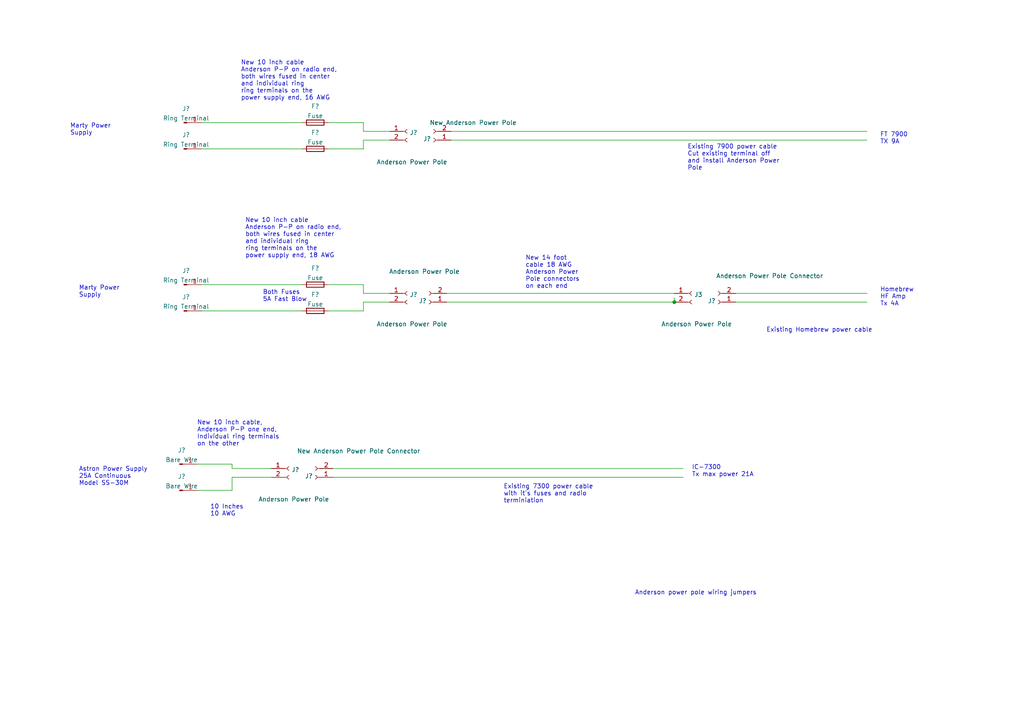
<source format=kicad_sch>
(kicad_sch (version 20211123) (generator eeschema)
  (paper "A4")
  (lib_symbols
    (symbol "Connector:Conn_01x01_Male" (pin_names (offset 1.016) hide)
      (property "Reference" "J" (at 0 2.54 0))
      (property "Value" "Conn_01x01_Male" (at 0 -2.54 0))
      (symbol "Conn_01x01_Male_1_1"
        (polyline (pts (xy 1.27 0) (xy 0.8636 0)) (stroke (width 0.1524)))
        (rectangle (start 0.8636 0.127) (end 0 -0.127) (stroke (width 0.1524)) (fill (type outline)))
        (pin passive line (at 5.08 0 180) (length 3.81) (name "Pin_1") (number "1"))
      )
    )
    (symbol "Connector:Conn_01x02_Female" (pin_names (offset 1.016) hide)
      (property "Reference" "J" (at 0 2.54 0))
      (property "Value" "Conn_01x02_Female" (at 0 -5.08 0))
      (symbol "Conn_01x02_Female_1_1"
        (arc (start 0 -2.032) (mid -0.508 -2.54) (end 0 -3.048) (stroke (width 0.1524)))
        (polyline (pts (xy -1.27 -2.54) (xy -0.508 -2.54)) (stroke (width 0.1524)))
        (polyline (pts (xy -1.27 0) (xy -0.508 0)) (stroke (width 0.1524)))
        (arc (start 0 0.508) (mid -0.508 0) (end 0 -0.508) (stroke (width 0.1524)))
        (pin passive line (at -5.08 0 0) (length 3.81) (name "Pin_1") (number "1"))
        (pin passive line (at -5.08 -2.54 0) (length 3.81) (name "Pin_2") (number "2"))
      )
    )
    (symbol "Device:Fuse" (pin_numbers hide) (pin_names (offset 0))
      (property "Reference" "F" (at 2.032 0 90))
      (property "Value" "Fuse" (at -1.905 0 90))
      (symbol "Fuse_0_1"
        (rectangle (start -0.762 -2.54) (end 0.762 2.54) (stroke (width 0.254)))
        (polyline (pts (xy 0 2.54) (xy 0 -2.54)))
      )
      (symbol "Fuse_1_1"
        (pin passive line (at 0 3.81 270) (length 1.27) (name "~") (number "1"))
        (pin passive line (at 0 -3.81 90) (length 1.27) (name "~") (number "2"))
      )
    )
  )
  (junction (at 195.58 87.63))
  (wire (pts (xy 96.52 135.89) (xy 198.12 135.89)))
  (wire (pts (xy 213.36 85.09) (xy 251.46 85.09)))
  (wire (pts (xy 67.31 138.43) (xy 78.74 138.43)))
  (wire (pts (xy 95.25 82.55) (xy 105.41 82.55)))
  (wire (pts (xy 95.25 90.17) (xy 105.41 90.17)))
  (wire (pts (xy 130.81 40.64) (xy 251.46 40.64)))
  (wire (pts (xy 105.41 90.17) (xy 105.41 87.63)))
  (wire (pts (xy 105.41 85.09) (xy 113.03 85.09)))
  (wire (pts (xy 67.31 142.24) (xy 67.31 138.43)))
  (wire (pts (xy 57.15 134.62) (xy 67.31 134.62)))
  (wire (pts (xy 58.42 35.56) (xy 87.63 35.56)))
  (wire (pts (xy 105.41 35.56) (xy 105.41 38.1)))
  (wire (pts (xy 96.52 138.43) (xy 198.12 138.43)))
  (wire (pts (xy 195.58 86.36) (xy 195.58 87.63)))
  (wire (pts (xy 105.41 43.18) (xy 105.41 40.64)))
  (wire (pts (xy 57.15 142.24) (xy 67.31 142.24)))
  (wire (pts (xy 67.31 134.62) (xy 67.31 135.89)))
  (wire (pts (xy 58.42 43.18) (xy 87.63 43.18)))
  (wire (pts (xy 58.42 82.55) (xy 87.63 82.55)))
  (wire (pts (xy 67.31 135.89) (xy 78.74 135.89)))
  (wire (pts (xy 130.81 38.1) (xy 251.46 38.1)))
  (wire (pts (xy 95.25 35.56) (xy 105.41 35.56)))
  (wire (pts (xy 95.25 43.18) (xy 105.41 43.18)))
  (wire (pts (xy 129.54 85.09) (xy 195.58 85.09)))
  (wire (pts (xy 105.41 40.64) (xy 113.03 40.64)))
  (wire (pts (xy 213.36 87.63) (xy 251.46 87.63)))
  (wire (pts (xy 105.41 38.1) (xy 113.03 38.1)))
  (wire (pts (xy 58.42 90.17) (xy 87.63 90.17)))
  (wire (pts (xy 105.41 82.55) (xy 105.41 85.09)))
  (wire (pts (xy 105.41 87.63) (xy 113.03 87.63)))
  (wire (pts (xy 129.54 87.63) (xy 195.58 87.63)))
  (text "FT 7900\nTX 9A" (at 255.27 41.91 0) (effects (font (size 1.27 1.27)) (justify left bottom)))
  (text "Existing 7300 power cable\nwith it's fuses and radio \nterminiation" (at 146.05 146.05 0) (effects (font (size 1.27 1.27)) (justify left bottom)))
  (text "Marty Power\nSupply" (at 20.32 39.37 0) (effects (font (size 1.27 1.27)) (justify left bottom)))
  (text "New 10 inch cable,\nAnderson P-P one end,\nIndividual ring terminals\non the other" (at 57.15 129.54 0) (effects (font (size 1.27 1.27)) (justify left bottom)))
  (text "10 Inches\n10 AWG" (at 60.96 149.86 0) (effects (font (size 1.27 1.27)) (justify left bottom)))
  (text "IC-7300\nTx max power 21A" (at 200.66 138.43 0) (effects (font (size 1.27 1.27)) (justify left bottom)))
  (text "New 10 inch cable\nAnderson P-P on radio end, \nboth wires fused in center\nand individual ring\nring terminals on the\npower supply end, 18 AWG" (at 71.12 74.93 0) (effects (font (size 1.27 1.27)) (justify left bottom)))
  (text "Existing Homebrew power cable" (at 222.25 96.52 0) (effects (font (size 1.27 1.27)) (justify left bottom)))
  (text "Both Fuses\n5A Fast Blow" (at 76.2 87.63 0) (effects (font (size 1.27 1.27)) (justify left bottom)))
  (text "Homebrew\nHF Amp\nTx 4A" (at 255.27 88.9 0) (effects (font (size 1.27 1.27)) (justify left bottom)))
  (text "New 14 foot\ncable 18 AWG\nAnderson Power\nPole connectors\non each end" (at 152.4 83.82 0) (effects (font (size 1.27 1.27)) (justify left bottom)))
  (text "Existing 7900 power cable\nCut existing terminal off\nand install Anderson Power\nPole" (at 199.39 49.53 0) (effects (font (size 1.27 1.27)) (justify left bottom)))
  (text "Astron Power Supply\n25A Continuous\nModel SS-30M" (at 22.86 140.97 0) (effects (font (size 1.27 1.27)) (justify left bottom)))
  (text "New 10 inch cable\nAnderson P-P on radio end, \nboth wires fused in center\nand individual ring\nring terminals on the\npower supply end, 16 AWG" (at 69.85 29.21 0) (effects (font (size 1.27 1.27)) (justify left bottom)))
  (text "Anderson power pole wiring jumpers" (at 184.15 172.72 0) (effects (font (size 1.27 1.27)) (justify left bottom)))
  (text "Marty Power\nSupply" (at 22.86 86.36 0) (effects (font (size 1.27 1.27)) (justify left bottom)))
  (symbol (lib_id "Connector:Conn_01x02_Female") (at 91.44 138.43 180) (unit 1)
    (property "Reference" "J?" (at 90.7288 138.0685 0) (effects (justify left)))
    (property "Value" "New Anderson Power Pole Connector" (at 121.92 130.81 0) (effects (justify left)))
  )
  (symbol (lib_id "Connector:Conn_01x01_Male") (at 52.07 142.24 0) (unit 1)
    (property "Reference" "J?" (at 52.705 138.1973 0))
    (property "Value" "Bare Wire" (at 52.705 140.9724 0))
  )
  (symbol (lib_id "Connector:Conn_01x02_Female") (at 118.11 38.1 0) (unit 1)
    (property "Reference" "J?" (at 118.8212 38.4615 0) (effects (justify left)))
    (property "Value" "Anderson Power Pole" (at 109.22 46.99 0) (effects (justify left)))
  )
  (symbol (lib_id "Connector:Conn_01x01_Male") (at 53.34 43.18 0) (unit 1)
    (property "Reference" "J?" (at 53.975 39.1373 0))
    (property "Value" "Ring Terminal" (at 53.975 41.9124 0))
  )
  (symbol (lib_id "Device:Fuse") (at 91.44 90.17 90) (unit 1)
    (property "Reference" "F?" (at 91.44 85.4415 90))
    (property "Value" "Fuse" (at 91.44 88.2166 90))
  )
  (symbol (lib_id "Connector:Conn_01x01_Male") (at 53.34 82.55 0) (unit 1)
    (property "Reference" "J?" (at 53.975 78.5073 0))
    (property "Value" "Ring Terminal" (at 53.975 81.2824 0))
  )
  (symbol (lib_id "Device:Fuse") (at 91.44 35.56 90) (unit 1)
    (property "Reference" "F?" (at 91.44 30.8315 90))
    (property "Value" "Fuse" (at 91.44 33.6066 90))
  )
  (symbol (lib_id "Connector:Conn_01x01_Male") (at 53.34 90.17 0) (unit 1)
    (property "Reference" "J?" (at 53.975 86.1273 0))
    (property "Value" "Ring Terminal" (at 53.975 88.9024 0))
  )
  (symbol (lib_id "Connector:Conn_01x02_Female") (at 200.66 85.09 0) (unit 1)
    (property "Reference" "J3" (at 201.3712 85.4515 0) (effects (justify left)))
    (property "Value" "Anderson Power Pole" (at 191.77 93.98 0) (effects (justify left)))
  )
  (symbol (lib_id "Connector:Conn_01x02_Female") (at 125.73 40.64 180) (unit 1)
    (property "Reference" "J?" (at 125.0188 40.2785 0) (effects (justify left)))
    (property "Value" "New Anderson Power Pole" (at 149.86 35.56 0) (effects (justify left)))
  )
  (symbol (lib_id "Connector:Conn_01x02_Female") (at 208.28 87.63 180) (unit 1)
    (property "Reference" "J?" (at 207.5688 87.2685 0) (effects (justify left)))
    (property "Value" "Anderson Power Pole Connector" (at 238.76 80.01 0) (effects (justify left)))
  )
  (symbol (lib_id "Connector:Conn_01x01_Male") (at 53.34 35.56 0) (unit 1)
    (property "Reference" "J?" (at 53.975 31.5173 0))
    (property "Value" "Ring Terminal" (at 53.975 34.2924 0))
  )
  (symbol (lib_id "Device:Fuse") (at 91.44 43.18 90) (unit 1)
    (property "Reference" "F?" (at 91.44 38.4515 90))
    (property "Value" "Fuse" (at 91.44 41.2266 90))
  )
  (symbol (lib_id "Device:Fuse") (at 91.44 82.55 90) (unit 1)
    (property "Reference" "F?" (at 91.44 77.8215 90))
    (property "Value" "Fuse" (at 91.44 80.5966 90))
  )
  (symbol (lib_id "Connector:Conn_01x01_Male") (at 52.07 134.62 0) (unit 1)
    (property "Reference" "J?" (at 52.705 130.5773 0))
    (property "Value" "Bare Wire" (at 52.705 133.3524 0))
  )
  (symbol (lib_id "Connector:Conn_01x02_Female") (at 83.82 135.89 0) (unit 1)
    (property "Reference" "J?" (at 84.5312 136.2515 0) (effects (justify left)))
    (property "Value" "Anderson Power Pole" (at 74.93 144.78 0) (effects (justify left)))
  )
  (symbol (lib_id "Connector:Conn_01x02_Female") (at 118.11 85.09 0) (unit 1)
    (property "Reference" "J?" (at 118.8212 85.4515 0) (effects (justify left)))
    (property "Value" "Anderson Power Pole" (at 109.22 93.98 0) (effects (justify left)))
  )
  (symbol (lib_id "Connector:Conn_01x02_Female") (at 124.46 87.63 180) (unit 1)
    (property "Reference" "J?" (at 123.7488 87.2685 0) (effects (justify left)))
    (property "Value" "Anderson Power Pole" (at 133.35 78.74 0) (effects (justify left)))
  )
)
</source>
